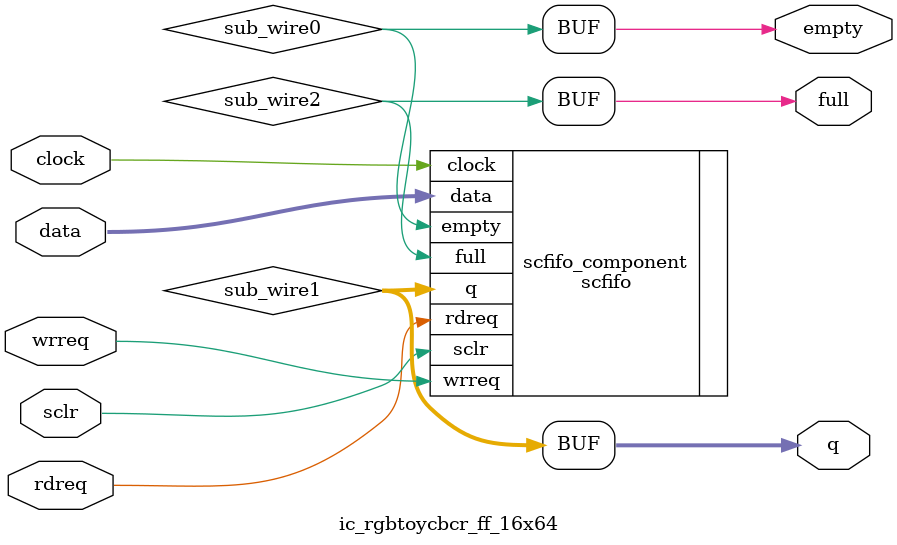
<source format=v>
module ic_rgbtoycbcr_ff_16x64 (
	clock,
	data,
	rdreq,
	sclr,
	wrreq,
	empty,
	full,
	q);

	input	  clock;
	input	[63:0]  data;
	input	  rdreq;
	input	  sclr;
	input	  wrreq;
	output	  empty;
	output	  full;
	output	[63:0]  q;

	wire  sub_wire0;
	wire [63:0] sub_wire1;
	wire  sub_wire2;
	wire  empty = sub_wire0;
	wire [63:0] q = sub_wire1[63:0];
	wire  full = sub_wire2;

	scfifo	scfifo_component (
				.rdreq (rdreq),
				.sclr (sclr),
				.clock (clock),
				.wrreq (wrreq),
				.data (data),
				.empty (sub_wire0),
				.q (sub_wire1),
				.full (sub_wire2)
				// synopsys translate_off
				,
				.aclr (),
				.almost_empty (),
				.almost_full (),
				.usedw ()
				// synopsys translate_on
				);
	defparam
		scfifo_component.add_ram_output_register = "OFF",
		scfifo_component.intended_device_family = "Stratix III",
		scfifo_component.lpm_numwords = 16,
		scfifo_component.lpm_showahead = "OFF",
		scfifo_component.lpm_type = "scfifo",
		scfifo_component.lpm_width = 64,
		scfifo_component.lpm_widthu = 4,
		scfifo_component.overflow_checking = "ON",
		scfifo_component.underflow_checking = "ON",
		scfifo_component.use_eab = "ON";
endmodule

</source>
